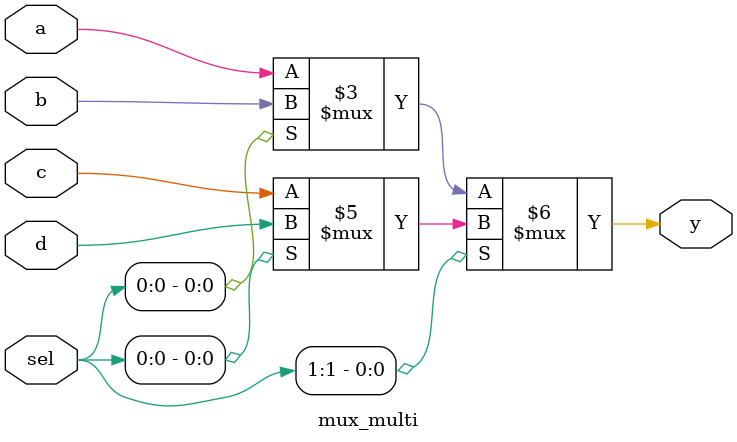
<source format=v>
module mux_multi(
	input a,b,c,d,
	input [1:0]sel,
        output y);
assign y = (~sel[1])?((~sel[0])?a:b):((~sel[0])?c:d);
endmodule




</source>
